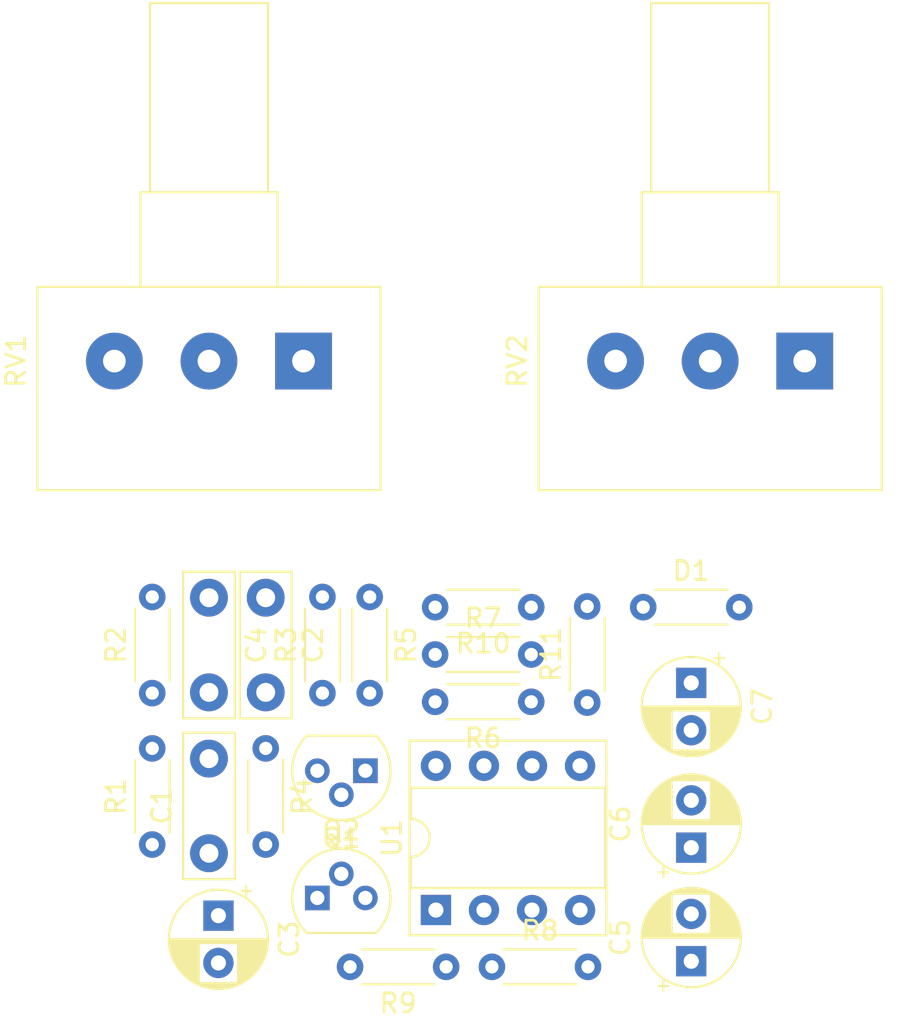
<source format=kicad_pcb>
(kicad_pcb (version 20240108) (generator "pcbnew") (generator_version "8.0")
  (layers (0 "F.Cu" signal) (31 "B.Cu" signal) (34 "B.Paste" user) (35 "F.Paste" user) (36 "B.SilkS" user "B.Silkscreen") (37 "F.SilkS" user "F.Silkscreen") (38 "B.Mask" user) (39 "F.Mask" user) (44 "Edge.Cuts" user))
  (net 0 "")
  (net 1 "Net-(C1-Pad1)")
  (net 2 "Net-(C1-Pad2)")
  (net 3 "Net-(Q2-D)")
  (net 4 "Net-(C2-Pad2)")
  (net 5 "GND")
  (net 6 "Net-(Q1-G)")
  (net 7 "Net-(U1A-+)")
  (net 8 "Net-(C5-Pad1)")
  (net 9 "Net-(C6-Pad1)")
  (net 10 "Net-(C6-Pad2)")
  (net 11 "Net-(D1-K)")
  (net 12 "Net-(D1-A)")
  (net 13 "+9V")
  (net 14 "Net-(Q1-S)")
  (net 15 "Net-(Q2-G)")
  (net 16 "Net-(U1A--)")
  (net 18 "Net-(U1B--)")
  (footprint "Capacitor_THT:CP_Radial_D5.0mm_P2.50mm" (layer "F.Cu") (at 133 85.794888 -90)
    (property "Reference" "C3" (at 1.25 -3.75 90) (layer "F.SilkS"))
    (property "Value" "C_Polarized")
    (pad "1" thru_hole rect (at 0 0 270) (size 1.6 1.6) (drill 0.8) (layers "*.Cu" "*.Mask") (net 6 "Net-(Q1-G)"))
    (pad "2" thru_hole circle (at 2.5 0 270) (size 1.6 1.6) (drill 0.8) (layers "*.Cu" "*.Mask") (net 5 "GND"))
  )
  (footprint "Resistor_THT:R_Axial_DIN0204_L3.6mm_D1.6mm_P5.08mm_Horizontal" (layer "F.Cu") (at 141 68.96 -90)
    (property "Reference" "R5" (at 2.54 -1.92 90) (layer "F.SilkS"))
    (property "Value" "R")
    (pad "1" thru_hole circle (at 0 0 270) (size 1.4 1.4) (drill 0.7) (layers "*.Cu" "*.Mask") (net 11 "Net-(D1-K)"))
    (pad "2" thru_hole oval (at 5.08 0 270) (size 1.4 1.4) (drill 0.7) (layers "*.Cu" "*.Mask") (net 15 "Net-(Q2-G)"))
  )
  (footprint "Package_TO_SOT_THT:TO-92" (layer "F.Cu") (at 140.77 78.14 180)
    (property "Reference" "Q1" (at 1.27 -3.56 360) (layer "F.SilkS"))
    (property "Value" "2N3819")
    (pad "1" thru_hole rect (at 0 0 180) (size 1.3 1.3) (drill 0.75) (layers "*.Cu" "*.Mask") (net 13 "+9V"))
    (pad "2" thru_hole circle (at 1.27 -1.27 180) (size 1.3 1.3) (drill 0.75) (layers "*.Cu" "*.Mask") (net 6 "Net-(Q1-G)"))
    (pad "3" thru_hole circle (at 2.54 0 180) (size 1.3 1.3) (drill 0.75) (layers "*.Cu" "*.Mask") (net 14 "Net-(Q1-S)"))
  )
  (footprint "Potentiometer_THT:Potentiometer_Alps_RK163_Single_Horizontal" (layer "F.Cu") (at 137.5 56.5 -90)
    (property "Reference" "RV1" (at 0 15.2 90) (layer "F.SilkS"))
    (property "Value" "R_Potentiometer")
    (pad "1" thru_hole rect (at 0 0 90) (size 3 3) (drill 1.2) (layers "*.Cu" "*.Mask") (net 6 "Net-(Q1-G)"))
    (pad "2" thru_hole circle (at 0 5 90) (size 3 3) (drill 1.2) (layers "*.Cu" "*.Mask") (net 5 "GND"))
    (pad "3" thru_hole circle (at 0 10 90) (size 3 3) (drill 1.2) (layers "*.Cu" "*.Mask") (net 5 "GND"))
  )
  (footprint "Resistor_THT:R_Axial_DIN0204_L3.6mm_D1.6mm_P5.08mm_Horizontal" (layer "F.Cu") (at 135.5 76.96 -90)
    (property "Reference" "R4" (at 2.54 -1.92 90) (layer "F.SilkS"))
    (property "Value" "R")
    (pad "1" thru_hole circle (at 0 0 270) (size 1.4 1.4) (drill 0.7) (layers "*.Cu" "*.Mask") (net 14 "Net-(Q1-S)"))
    (pad "2" thru_hole oval (at 5.08 0 270) (size 1.4 1.4) (drill 0.7) (layers "*.Cu" "*.Mask") (net 6 "Net-(Q1-G)"))
  )
  (footprint "Resistor_THT:R_Axial_DIN0204_L3.6mm_D1.6mm_P5.08mm_Horizontal" (layer "F.Cu") (at 129.5 82.04 90)
    (property "Reference" "R1" (at 2.54 -1.92 90) (layer "F.SilkS"))
    (property "Value" "R")
    (pad "1" thru_hole circle (at 0 0 90) (size 1.4 1.4) (drill 0.7) (layers "*.Cu" "*.Mask") (net 5 "GND"))
    (pad "2" thru_hole oval (at 5.08 0 90) (size 1.4 1.4) (drill 0.7) (layers "*.Cu" "*.Mask") (net 1 "Net-(C1-Pad1)"))
  )
  (footprint "Capacitor_THT:CP_Radial_D5.0mm_P2.50mm" (layer "F.Cu") (at 158 88.205113 90)
    (property "Reference" "C5" (at 1.25 -3.75 90) (layer "F.SilkS"))
    (property "Value" "C_Polarized")
    (pad "1" thru_hole rect (at 0 0 90) (size 1.6 1.6) (drill 0.8) (layers "*.Cu" "*.Mask") (net 8 "Net-(C5-Pad1)"))
    (pad "2" thru_hole circle (at 2.5 0 90) (size 1.6 1.6) (drill 0.8) (layers "*.Cu" "*.Mask") (net 5 "GND"))
  )
  (footprint "Resistor_THT:R_Axial_DIN0204_L3.6mm_D1.6mm_P5.08mm_Horizontal" (layer "F.Cu") (at 155.46 69.5)
    (property "Reference" "D1" (at 2.54 -1.92 360) (layer "F.SilkS"))
    (property "Value" "D")
    (pad "1" thru_hole circle (at 0 0) (size 1.4 1.4) (drill 0.7) (layers "*.Cu" "*.Mask") (net 11 "Net-(D1-K)"))
    (pad "2" thru_hole oval (at 5.08 0) (size 1.4 1.4) (drill 0.7) (layers "*.Cu" "*.Mask") (net 12 "Net-(D1-A)"))
  )
  (footprint "Capacitor_THT:CP_Radial_D5.0mm_P2.50mm" (layer "F.Cu") (at 158 82.205113 90)
    (property "Reference" "C6" (at 1.25 -3.75 90) (layer "F.SilkS"))
    (property "Value" "C_Polarized")
    (pad "1" thru_hole rect (at 0 0 90) (size 1.6 1.6) (drill 0.8) (layers "*.Cu" "*.Mask") (net 9 "Net-(C6-Pad1)"))
    (pad "2" thru_hole circle (at 2.5 0 90) (size 1.6 1.6) (drill 0.8) (layers "*.Cu" "*.Mask") (net 10 "Net-(C6-Pad2)"))
  )
  (footprint "Resistor_THT:R_Axial_DIN0204_L3.6mm_D1.6mm_P5.08mm_Horizontal" (layer "F.Cu") (at 129.5 74.04 90)
    (property "Reference" "R2" (at 2.54 -1.92 90) (layer "F.SilkS"))
    (property "Value" "R")
    (pad "1" thru_hole circle (at 0 0 90) (size 1.4 1.4) (drill 0.7) (layers "*.Cu" "*.Mask") (net 2 "Net-(C1-Pad2)"))
    (pad "2" thru_hole oval (at 5.08 0 90) (size 1.4 1.4) (drill 0.7) (layers "*.Cu" "*.Mask") (net 3 "Net-(Q2-D)"))
  )
  (footprint "Package_TO_SOT_THT:TO-92" (layer "F.Cu") (at 138.23 84.86)
    (property "Reference" "Q2" (at 1.27 -3.56 360) (layer "F.SilkS"))
    (property "Value" "2N3819")
    (pad "1" thru_hole rect (at 0 0) (size 1.3 1.3) (drill 0.75) (layers "*.Cu" "*.Mask") (net 3 "Net-(Q2-D)"))
    (pad "2" thru_hole circle (at 1.27 -1.27) (size 1.3 1.3) (drill 0.75) (layers "*.Cu" "*.Mask") (net 15 "Net-(Q2-G)"))
    (pad "3" thru_hole circle (at 2.54 0) (size 1.3 1.3) (drill 0.75) (layers "*.Cu" "*.Mask") (net 6 "Net-(Q1-G)"))
  )
  (footprint "Resistor_THT:R_Axial_DIN0204_L3.6mm_D1.6mm_P5.08mm_Horizontal" (layer "F.Cu") (at 138.5 74.04 90)
    (property "Reference" "R3" (at 2.54 -1.92 90) (layer "F.SilkS"))
    (property "Value" "R")
    (pad "1" thru_hole circle (at 0 0 90) (size 1.4 1.4) (drill 0.7) (layers "*.Cu" "*.Mask") (net 4 "Net-(C2-Pad2)"))
    (pad "2" thru_hole oval (at 5.08 0 90) (size 1.4 1.4) (drill 0.7) (layers "*.Cu" "*.Mask") (net 15 "Net-(Q2-G)"))
  )
  (footprint "Resistor_THT:R_Axial_DIN0204_L3.6mm_D1.6mm_P5.08mm_Horizontal" (layer "F.Cu") (at 149.54 69.5 180)
    (property "Reference" "R10" (at 2.54 -1.92 360) (layer "F.SilkS"))
    (property "Value" "R")
    (pad "1" thru_hole circle (at 0 0 180) (size 1.4 1.4) (drill 0.7) (layers "*.Cu" "*.Mask") (net 12 "Net-(D1-A)"))
    (pad "2" thru_hole oval (at 5.08 0 180) (size 1.4 1.4) (drill 0.7) (layers "*.Cu" "*.Mask") (net 10 "Net-(C6-Pad2)"))
  )
  (footprint "Capacitor_THT:C_Disc_D7.5mm_W2.5mm_P5.00mm" (layer "F.Cu") (at 132.5 82.5 90)
    (property "Reference" "C1" (at 2.5 -2.5 90) (layer "F.SilkS"))
    (property "Value" "C")
    (pad "1" thru_hole circle (at 0 0 90) (size 2 2) (drill 1) (layers "*.Cu" "*.Mask") (net 1 "Net-(C1-Pad1)"))
    (pad "2" thru_hole circle (at 5 0 90) (size 2 2) (drill 1) (layers "*.Cu" "*.Mask") (net 2 "Net-(C1-Pad2)"))
  )
  (footprint "Capacitor_THT:CP_Radial_D5.0mm_P2.50mm" (layer "F.Cu") (at 158 73.5 -90)
    (property "Reference" "C7" (at 1.25 -3.75 90) (layer "F.SilkS"))
    (property "Value" "C_Polarized")
    (pad "1" thru_hole rect (at 0 0 270) (size 1.6 1.6) (drill 0.8) (layers "*.Cu" "*.Mask") (net 11 "Net-(D1-K)"))
    (pad "2" thru_hole circle (at 2.5 0 270) (size 1.6 1.6) (drill 0.8) (layers "*.Cu" "*.Mask") (net 5 "GND"))
  )
  (footprint "Capacitor_THT:C_Disc_D7.5mm_W2.5mm_P5.00mm" (layer "F.Cu") (at 135.5 69 -90)
    (property "Reference" "C2" (at 2.5 -2.5 90) (layer "F.SilkS"))
    (property "Value" "C")
    (pad "1" thru_hole circle (at 0 0 270) (size 2 2) (drill 1) (layers "*.Cu" "*.Mask") (net 3 "Net-(Q2-D)"))
    (pad "2" thru_hole circle (at 5 0 270) (size 2 2) (drill 1) (layers "*.Cu" "*.Mask") (net 4 "Net-(C2-Pad2)"))
  )
  (footprint "Resistor_THT:R_Axial_DIN0204_L3.6mm_D1.6mm_P5.08mm_Horizontal" (layer "F.Cu") (at 149.54 74.5 180)
    (property "Reference" "R6" (at 2.54 -1.92 360) (layer "F.SilkS"))
    (property "Value" "R")
    (pad "1" thru_hole circle (at 0 0 180) (size 1.4 1.4) (drill 0.7) (layers "*.Cu" "*.Mask") (net 7 "Net-(U1A-+)"))
    (pad "2" thru_hole oval (at 5.08 0 180) (size 1.4 1.4) (drill 0.7) (layers "*.Cu" "*.Mask") (net 13 "+9V"))
  )
  (footprint "Resistor_THT:R_Axial_DIN0204_L3.6mm_D1.6mm_P5.08mm_Horizontal" (layer "F.Cu") (at 152.5 74.54 90)
    (property "Reference" "R11" (at 2.54 -1.92 90) (layer "F.SilkS"))
    (property "Value" "R")
    (pad "1" thru_hole circle (at 0 0 90) (size 1.4 1.4) (drill 0.7) (layers "*.Cu" "*.Mask") (net 5 "GND"))
    (pad "2" thru_hole oval (at 5.08 0 90) (size 1.4 1.4) (drill 0.7) (layers "*.Cu" "*.Mask") (net 11 "Net-(D1-K)"))
  )
  (footprint "Resistor_THT:R_Axial_DIN0204_L3.6mm_D1.6mm_P5.08mm_Horizontal" (layer "F.Cu") (at 147.46 88.5)
    (property "Reference" "R8" (at 2.54 -1.92 360) (layer "F.SilkS"))
    (property "Value" "R")
    (pad "1" thru_hole circle (at 0 0) (size 1.4 1.4) (drill 0.7) (layers "*.Cu" "*.Mask") (net 16 "Net-(U1A--)"))
    (pad "2" thru_hole oval (at 5.08 0) (size 1.4 1.4) (drill 0.7) (layers "*.Cu" "*.Mask") (net 8 "Net-(C5-Pad1)"))
  )
  (footprint "Potentiometer_THT:Potentiometer_Alps_RK163_Single_Horizontal" (layer "F.Cu") (at 164 56.5 -90)
    (property "Reference" "RV2" (at 0 15.2 90) (layer "F.SilkS"))
    (property "Value" "R_Potentiometer")
    (pad "1" thru_hole rect (at 0 0 90) (size 3 3) (drill 1.2) (layers "*.Cu" "*.Mask") (net 10 "Net-(C6-Pad2)"))
    (pad "2" thru_hole circle (at 0 5 90) (size 3 3) (drill 1.2) (layers "*.Cu" "*.Mask"))
    (pad "3" thru_hole circle (at 0 10 90) (size 3 3) (drill 1.2) (layers "*.Cu" "*.Mask") (net 5 "GND"))
  )
  (footprint "Resistor_THT:R_Axial_DIN0204_L3.6mm_D1.6mm_P5.08mm_Horizontal" (layer "F.Cu") (at 145.04 88.5 180)
    (property "Reference" "R9" (at 2.54 -1.92 360) (layer "F.SilkS"))
    (property "Value" "R")
    (pad "1" thru_hole circle (at 0 0 180) (size 1.4 1.4) (drill 0.7) (layers "*.Cu" "*.Mask") (net 16 "Net-(U1A--)"))
    (pad "2" thru_hole oval (at 5.08 0 180) (size 1.4 1.4) (drill 0.7) (layers "*.Cu" "*.Mask") (net 9 "Net-(C6-Pad1)"))
  )
  (footprint "Package_DIP:DIP-8_W7.62mm_Socket" (layer "F.Cu") (at 144.5 85.5 90)
    (property "Reference" "U1" (at 3.81 -2.33 90) (layer "F.SilkS"))
    (property "Value" "RC4558")
    (pad "1" thru_hole rect (at 0 0 90) (size 1.6 1.6) (drill 0.8) (layers "*.Cu" "*.Mask") (net 9 "Net-(C6-Pad1)"))
    (pad "2" thru_hole oval (at 0 2.54 90) (size 1.6 1.6) (drill 0.8) (layers "*.Cu" "*.Mask") (net 16 "Net-(U1A--)"))
    (pad "3" thru_hole oval (at 0 5.08 90) (size 1.6 1.6) (drill 0.8) (layers "*.Cu" "*.Mask") (net 7 "Net-(U1A-+)"))
    (pad "4" thru_hole oval (at 0 7.62 90) (size 1.6 1.6) (drill 0.8) (layers "*.Cu" "*.Mask") (net 5 "GND"))
    (pad "5" thru_hole oval (at 7.62 7.62 90) (size 1.6 1.6) (drill 0.8) (layers "*.Cu" "*.Mask") (net 5 "GND"))
    (pad "6" thru_hole oval (at 7.62 5.08 90) (size 1.6 1.6) (drill 0.8) (layers "*.Cu" "*.Mask") (net 18 "Net-(U1B--)"))
    (pad "7" thru_hole oval (at 7.62 2.54 90) (size 1.6 1.6) (drill 0.8) (layers "*.Cu" "*.Mask") (net 18 "Net-(U1B--)"))
    (pad "8" thru_hole oval (at 7.62 0 90) (size 1.6 1.6) (drill 0.8) (layers "*.Cu" "*.Mask") (net 13 "+9V"))
  )
  (footprint "Capacitor_THT:C_Disc_D7.5mm_W2.5mm_P5.00mm" (layer "F.Cu") (at 132.5 69 -90)
    (property "Reference" "C4" (at 2.5 -2.5 90) (layer "F.SilkS"))
    (property "Value" "C")
    (pad "1" thru_hole circle (at 0 0 270) (size 2 2) (drill 1) (layers "*.Cu" "*.Mask") (net 3 "Net-(Q2-D)"))
    (pad "2" thru_hole circle (at 5 0 270) (size 2 2) (drill 1) (layers "*.Cu" "*.Mask") (net 7 "Net-(U1A-+)"))
  )
  (footprint "Resistor_THT:R_Axial_DIN0204_L3.6mm_D1.6mm_P5.08mm_Horizontal" (layer "F.Cu") (at 144.46 72)
    (property "Reference" "R7" (at 2.54 -1.92 360) (layer "F.SilkS"))
    (property "Value" "R")
    (pad "1" thru_hole circle (at 0 0) (size 1.4 1.4) (drill 0.7) (layers "*.Cu" "*.Mask") (net 5 "GND"))
    (pad "2" thru_hole oval (at 5.08 0) (size 1.4 1.4) (drill 0.7) (layers "*.Cu" "*.Mask") (net 7 "Net-(U1A-+)"))
  )
)
</source>
